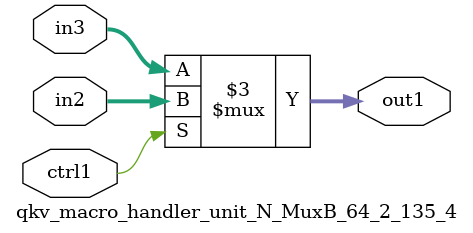
<source format=v>

`timescale 1ps / 1ps


module qkv_macro_handler_unit_N_MuxB_64_2_135_4( in3, in2, ctrl1, out1 );

    input [63:0] in3;
    input [63:0] in2;
    input ctrl1;
    output [63:0] out1;
    reg [63:0] out1;

    
    // rtl_process:qkv_macro_handler_unit_N_MuxB_64_2_135_4/qkv_macro_handler_unit_N_MuxB_64_2_135_4_thread_1
    always @*
      begin : qkv_macro_handler_unit_N_MuxB_64_2_135_4_thread_1
        case (ctrl1) 
          1'b1: 
            begin
              out1 = in2;
            end
          default: 
            begin
              out1 = in3;
            end
        endcase
      end

endmodule





</source>
